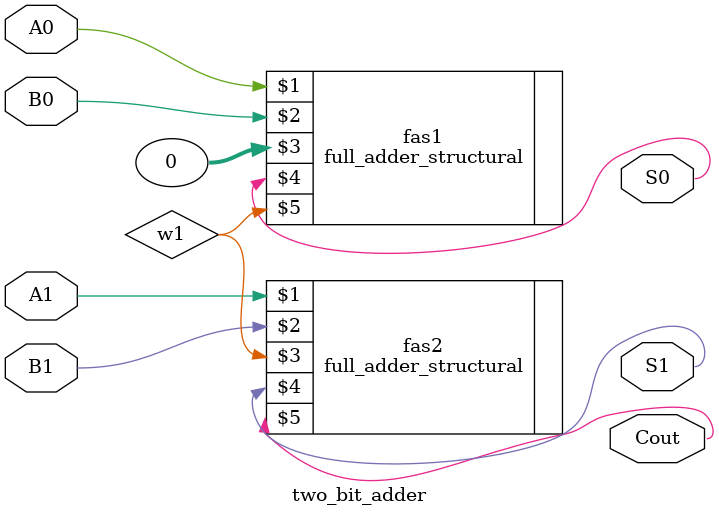
<source format=sv>
`timescale 1ns / 1ps
module two_bit_adder(A0, A1, B0, B1, S0, S1, Cout);
    input logic A0, A1, B0, B1;
    output logic Cout, S1, S0;
    reg Cout, S1, S0; 
    wire w1;
    full_adder_structural fas1(A0, B0, 0, S0, w1);
    full_adder_structural fas2(A1, B1, w1, S1, Cout);
endmodule
</source>
